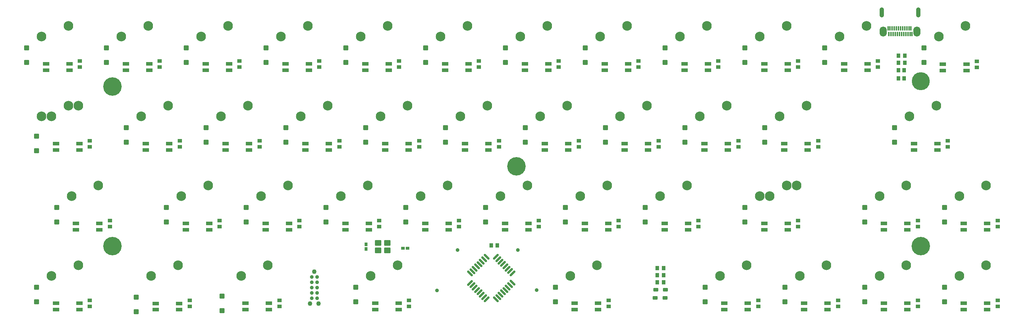
<source format=gbs>
G04 Layer: BottomSolderMaskLayer*
G04 EasyEDA v6.5.42, 2024-05-12 21:06:32*
G04 fdf4e44396eb4d6a93e1883587b5baf6,156c37ef0924441e834bf69462bb4c55,10*
G04 Gerber Generator version 0.2*
G04 Scale: 100 percent, Rotated: No, Reflected: No *
G04 Dimensions in millimeters *
G04 leading zeros omitted , absolute positions ,4 integer and 5 decimal *
%FSLAX45Y45*%
%MOMM*%

%AMMACRO1*1,1,$1,$2,$3*1,1,$1,$4,$5*1,1,$1,0-$2,0-$3*1,1,$1,0-$4,0-$5*20,1,$1,$2,$3,$4,$5,0*20,1,$1,$4,$5,0-$2,0-$3,0*20,1,$1,0-$2,0-$3,0-$4,0-$5,0*20,1,$1,0-$4,0-$5,$2,$3,0*4,1,4,$2,$3,$4,$5,0-$2,0-$3,0-$4,0-$5,$2,$3,0*%
%AMMACRO2*1,1,$1,$2,$3*1,1,$1,$4,$5*20,1,$1,$2,$3,$4,$5,0*%
%ADD10C,0.8886*%
%ADD11MACRO1,0.1016X-0.5X-0.375X0.5X-0.375*%
%ADD12MACRO1,0.1016X0.5X0.375X-0.5X0.375*%
%ADD13R,0.6416X0.8917*%
%ADD14MACRO1,0.1016X-0.395X0.27X-0.395X-0.27*%
%ADD15MACRO1,0.1016X-0.395X-0.27X-0.395X0.27*%
%ADD16MACRO1,0.1X-0.15X-0.475X0.15X-0.475*%
%ADD17MACRO1,0.1X-0.15X-0.475X0.1498X-0.475*%
%ADD18MACRO1,0.1X-0.1501X-0.475X0.1501X-0.475*%
%ADD19MACRO1,0.1X-0.15X-0.4749X0.1498X-0.4749*%
%ADD20MACRO1,0.1X-0.15X-0.4749X0.15X-0.4749*%
%ADD21MACRO1,0.1X-0.1499X-0.4749X0.1499X-0.4749*%
%ADD22MACRO1,0.1X-0.15X-0.4749X0.1499X-0.4749*%
%ADD23O,1.7015968000000001X2.4015954*%
%ADD24O,1.0999978000000001X2.3999952*%
%ADD25MACRO1,0.1016X0.3999X0.45X-0.3999X0.45*%
%ADD26MACRO1,0.1016X0.4X0.45X-0.4X0.45*%
%ADD27MACRO1,0.1016X0.4033X-0.432X0.4033X0.432*%
%ADD28MACRO1,0.1016X-0.4032X-0.432X-0.4032X0.432*%
%ADD29MACRO1,0.1016X-0.4X-0.45X0.4X-0.45*%
%ADD30MACRO1,0.1016X0.4032X-0.432X0.4032X0.432*%
%ADD31MACRO1,0.1016X0.7X0.6X-0.7X0.6*%
%ADD32MACRO1,0.1016X0.45X-0.4X0.45X0.4*%
%ADD33MACRO1,0.1016X0.75X0.41X0.75X-0.41*%
%ADD34MACRO1,0.1016X0.5X-0.55X0.5X0.55*%
%ADD35MACRO1,0.1016X0.7501X0.41X0.7501X-0.41*%
%ADD36MACRO1,0.1016X0.7499X0.41X0.7499X-0.41*%
%ADD37MACRO1,0.1016X0.45X-0.3999X0.45X0.3999*%
%ADD38MACRO1,0.1016X0.5X-0.5501X0.5X0.5501*%
%ADD39MACRO1,0.1016X0.7501X0.4101X0.7501X-0.4101*%
%ADD40MACRO1,0.1016X0.7499X0.4101X0.7499X-0.4101*%
%ADD41C,1.0926*%
%ADD42MACRO2,0.5516X-0.4243X-0.4243X0.4243X0.4243*%
%ADD43MACRO2,0.5516X-0.4243X0.4243X0.4243X-0.4243*%
%ADD44C,2.3016*%
%ADD45C,4.4032*%
%ADD46C,4.3016*%
%ADD47C,0.0115*%

%LPD*%
D10*
G01*
X12139980Y3949496D03*
G01*
X10703991Y3947972D03*
G01*
X10209987Y2984931D03*
G01*
X12589967Y2986481D03*
D11*
G01*
X15663727Y2994992D03*
G01*
X15429222Y2994992D03*
D12*
G01*
X15419210Y2801995D03*
G01*
X15653715Y2801995D03*
D13*
G01*
X8515477Y3974490D03*
G01*
X8515477Y4083507D03*
D14*
G01*
X9506986Y3988989D03*
D15*
G01*
X9397974Y3989002D03*
D16*
G01*
X20999463Y9099685D03*
G01*
X21049463Y9099685D03*
D17*
G01*
X21099476Y9099685D03*
D16*
G01*
X21149453Y9099685D03*
G01*
X21199443Y9099685D03*
D18*
G01*
X21249454Y9099685D03*
D16*
G01*
X21299432Y9099685D03*
G01*
X21349455Y9099685D03*
G01*
X21399445Y9099685D03*
D18*
G01*
X21449456Y9099685D03*
D16*
G01*
X21499435Y9099685D03*
G01*
X21549457Y9099685D03*
D19*
G01*
X21524470Y9239662D03*
D20*
G01*
X21474450Y9239662D03*
G01*
X21424458Y9239662D03*
D21*
G01*
X21374449Y9239662D03*
D20*
G01*
X21324468Y9239662D03*
D22*
G01*
X21274453Y9239662D03*
D20*
G01*
X21224433Y9239662D03*
D19*
G01*
X21174458Y9239662D03*
D20*
G01*
X21124466Y9239662D03*
G01*
X21074451Y9239662D03*
G01*
X21024453Y9239662D03*
G01*
X20974456Y9239662D03*
D23*
G01*
X21667927Y9162262D03*
D24*
G01*
X20829930Y9617252D03*
G01*
X21693962Y9617252D03*
D23*
G01*
X20855940Y9162262D03*
D25*
G01*
X11505976Y4058993D03*
D26*
G01*
X11645977Y4058993D03*
D27*
G01*
X15470149Y3178493D03*
D28*
G01*
X15620799Y3178493D03*
D27*
G01*
X15470148Y3347993D03*
D28*
G01*
X15620795Y3347993D03*
D27*
G01*
X15467142Y3518993D03*
D28*
G01*
X15617793Y3518993D03*
D29*
G01*
X21362955Y8237481D03*
G01*
X21222954Y8237481D03*
G01*
X21363456Y8043481D03*
G01*
X21223455Y8043481D03*
D27*
G01*
X21223133Y8587484D03*
D28*
G01*
X21373781Y8587484D03*
D30*
G01*
X21224636Y8417985D03*
D28*
G01*
X21375286Y8417985D03*
D31*
G01*
X9020484Y3939503D03*
G01*
X8800486Y3939503D03*
G01*
X8800486Y4114510D03*
G01*
X9020484Y4114505D03*
D32*
G01*
X1685851Y8458579D03*
G01*
X1685851Y8318582D03*
D33*
G01*
X876207Y8389592D03*
G01*
X876207Y8239580D03*
G01*
X1436207Y8239580D03*
G01*
X1436207Y8389592D03*
D34*
G01*
X415209Y8775080D03*
G01*
X415209Y8428089D03*
D32*
G01*
X3591130Y8458478D03*
G01*
X3591130Y8318480D03*
D33*
G01*
X2781486Y8389490D03*
G01*
X2781486Y8239479D03*
G01*
X3341486Y8239479D03*
G01*
X3341486Y8389490D03*
D34*
G01*
X2320489Y8774978D03*
G01*
X2320489Y8427987D03*
D32*
G01*
X5496128Y8458478D03*
G01*
X5496128Y8318480D03*
D33*
G01*
X4686484Y8389490D03*
G01*
X4686484Y8239479D03*
G01*
X5246484Y8239479D03*
G01*
X5246484Y8389490D03*
D34*
G01*
X4225486Y8774978D03*
G01*
X4225486Y8427987D03*
D32*
G01*
X7400627Y8457484D03*
G01*
X7400627Y8317487D03*
D33*
G01*
X6590983Y8388497D03*
G01*
X6590983Y8238486D03*
G01*
X7150983Y8238486D03*
G01*
X7150983Y8388497D03*
D34*
G01*
X6129986Y8773985D03*
G01*
X6129986Y8426994D03*
D32*
G01*
X9306120Y8456979D03*
G01*
X9306120Y8316982D03*
D33*
G01*
X8496476Y8387991D03*
G01*
X8496476Y8237980D03*
G01*
X9056476Y8237980D03*
G01*
X9056476Y8387991D03*
D34*
G01*
X8035479Y8773480D03*
G01*
X8035479Y8426489D03*
D32*
G01*
X11211115Y8456979D03*
G01*
X11211115Y8316982D03*
D33*
G01*
X10401471Y8387991D03*
G01*
X10401471Y8237980D03*
G01*
X10961471Y8237980D03*
G01*
X10961471Y8387991D03*
D34*
G01*
X9940474Y8773480D03*
G01*
X9940474Y8426489D03*
D32*
G01*
X13115615Y8458986D03*
G01*
X13115615Y8318988D03*
D33*
G01*
X12305971Y8389998D03*
G01*
X12305971Y8239987D03*
G01*
X12865971Y8239987D03*
G01*
X12865971Y8389998D03*
D34*
G01*
X11844973Y8775486D03*
G01*
X11844973Y8428495D03*
D32*
G01*
X15020117Y8457959D03*
G01*
X15020117Y8317962D03*
D33*
G01*
X14210473Y8388972D03*
G01*
X14210473Y8238961D03*
G01*
X14770473Y8238961D03*
G01*
X14770473Y8388972D03*
D34*
G01*
X13749475Y8774460D03*
G01*
X13749475Y8427469D03*
D32*
G01*
X16925607Y8458986D03*
G01*
X16925607Y8318988D03*
D33*
G01*
X16115963Y8389998D03*
G01*
X16115963Y8239987D03*
G01*
X16675963Y8239987D03*
G01*
X16675963Y8389998D03*
D34*
G01*
X15654966Y8775486D03*
G01*
X15654966Y8428495D03*
D32*
G01*
X18830604Y8458986D03*
G01*
X18830604Y8318988D03*
D33*
G01*
X18020960Y8389998D03*
G01*
X18020960Y8239987D03*
G01*
X18580961Y8239987D03*
G01*
X18580961Y8389998D03*
D34*
G01*
X17559963Y8775486D03*
G01*
X17559963Y8428495D03*
D32*
G01*
X20735107Y8457957D03*
G01*
X20735107Y8317960D03*
D33*
G01*
X19925463Y8388969D03*
G01*
X19925463Y8238958D03*
G01*
X20485463Y8238958D03*
G01*
X20485463Y8388969D03*
D34*
G01*
X19464465Y8774457D03*
G01*
X19464465Y8427467D03*
D32*
G01*
X23096098Y8449976D03*
G01*
X23096098Y8309979D03*
D33*
G01*
X22286454Y8380989D03*
G01*
X22286454Y8230977D03*
G01*
X22846454Y8230977D03*
G01*
X22846454Y8380989D03*
D34*
G01*
X21832766Y8775557D03*
G01*
X21832766Y8428567D03*
D32*
G01*
X1923133Y6553483D03*
G01*
X1923133Y6413486D03*
D33*
G01*
X1113489Y6484495D03*
G01*
X1113489Y6334484D03*
G01*
X1673489Y6334484D03*
G01*
X1673489Y6484495D03*
D34*
G01*
X646499Y6663982D03*
G01*
X646499Y6316991D03*
D32*
G01*
X4066661Y6553470D03*
G01*
X4066661Y6413473D03*
D35*
G01*
X3257016Y6484480D03*
G01*
X3257016Y6334470D03*
D36*
G01*
X3817019Y6334470D03*
G01*
X3817019Y6484480D03*
D34*
G01*
X2796019Y6869967D03*
G01*
X2796019Y6522979D03*
D32*
G01*
X5971659Y6553470D03*
D37*
G01*
X5971659Y6413468D03*
D33*
G01*
X5162012Y6484482D03*
G01*
X5162012Y6334475D03*
G01*
X5722012Y6334475D03*
G01*
X5722012Y6484482D03*
D34*
G01*
X4701015Y6869968D03*
G01*
X4701015Y6522980D03*
D32*
G01*
X7876653Y6553465D03*
G01*
X7876653Y6413468D03*
D33*
G01*
X7067011Y6484479D03*
G01*
X7067011Y6334467D03*
G01*
X7627011Y6334467D03*
G01*
X7627011Y6484479D03*
D34*
G01*
X6606010Y6869967D03*
G01*
X6606010Y6522976D03*
D32*
G01*
X9781651Y6553470D03*
G01*
X9781651Y6413473D03*
D33*
G01*
X8972008Y6484482D03*
G01*
X8972008Y6334472D03*
G01*
X9532010Y6334472D03*
G01*
X9532010Y6484482D03*
D38*
G01*
X8511010Y6869971D03*
D34*
G01*
X8511010Y6522980D03*
D32*
G01*
X11686644Y6553467D03*
G01*
X11686644Y6413470D03*
D33*
G01*
X10877002Y6484480D03*
G01*
X10877002Y6334469D03*
G01*
X11437002Y6334469D03*
G01*
X11437002Y6484480D03*
D34*
G01*
X10416005Y6869968D03*
G01*
X10416005Y6522977D03*
D32*
G01*
X13591641Y6553467D03*
G01*
X13591641Y6413470D03*
D33*
G01*
X12781997Y6484480D03*
G01*
X12781997Y6334470D03*
G01*
X13341997Y6334470D03*
G01*
X13341997Y6484480D03*
D34*
G01*
X12321000Y6869969D03*
G01*
X12321000Y6522977D03*
D32*
G01*
X15497131Y6552965D03*
G01*
X15497131Y6412967D03*
D35*
G01*
X14687483Y6483977D03*
G01*
X14687483Y6333966D03*
D33*
G01*
X15247481Y6333966D03*
G01*
X15247481Y6483977D03*
D34*
G01*
X14226482Y6869465D03*
G01*
X14226482Y6522474D03*
D32*
G01*
X17401633Y6553470D03*
G01*
X17401633Y6413473D03*
D33*
G01*
X16591993Y6484482D03*
G01*
X16591993Y6334471D03*
G01*
X17151992Y6334471D03*
G01*
X17151992Y6484482D03*
D34*
G01*
X16130992Y6869969D03*
G01*
X16130992Y6522979D03*
D32*
G01*
X19306632Y6553470D03*
G01*
X19306632Y6413473D03*
D35*
G01*
X18496986Y6484484D03*
G01*
X18496986Y6334471D03*
D33*
G01*
X19056985Y6334471D03*
G01*
X19056985Y6484484D03*
D34*
G01*
X18035987Y6869968D03*
G01*
X18035987Y6522980D03*
D32*
G01*
X22402097Y6553958D03*
G01*
X22402097Y6413961D03*
D35*
G01*
X21592451Y6484970D03*
D39*
G01*
X21592451Y6334955D03*
D40*
G01*
X22152451Y6334955D03*
D36*
G01*
X22152451Y6484970D03*
D34*
G01*
X21131453Y6870453D03*
D38*
G01*
X21131453Y6523464D03*
D32*
G01*
X2401630Y4648475D03*
G01*
X2401630Y4508478D03*
D33*
G01*
X1592023Y4579482D03*
G01*
X1592023Y4429472D03*
G01*
X2151988Y4429472D03*
G01*
X2151988Y4579482D03*
D34*
G01*
X1131027Y4964972D03*
G01*
X1131027Y4617982D03*
D32*
G01*
X5020657Y4648474D03*
G01*
X5020657Y4508478D03*
D33*
G01*
X4211016Y4579487D03*
G01*
X4211016Y4429475D03*
G01*
X4771016Y4429475D03*
G01*
X4771016Y4579487D03*
D34*
G01*
X3750019Y4964974D03*
G01*
X3750019Y4617982D03*
D32*
G01*
X6925657Y4648473D03*
G01*
X6925657Y4508475D03*
D33*
G01*
X6116013Y4579485D03*
G01*
X6116013Y4429474D03*
G01*
X6676016Y4429474D03*
G01*
X6676016Y4579485D03*
D34*
G01*
X5655019Y4964973D03*
G01*
X5655019Y4617982D03*
D32*
G01*
X8830652Y4648467D03*
G01*
X8830652Y4508472D03*
D33*
G01*
X8021008Y4579481D03*
G01*
X8021008Y4429470D03*
G01*
X8581009Y4429470D03*
G01*
X8581009Y4579481D03*
D34*
G01*
X7560011Y4964972D03*
G01*
X7560011Y4617980D03*
D32*
G01*
X10735647Y4648473D03*
G01*
X10735647Y4508475D03*
D35*
G01*
X9926002Y4579485D03*
G01*
X9926002Y4429474D03*
D33*
G01*
X10486001Y4429474D03*
G01*
X10486001Y4579485D03*
D34*
G01*
X9465005Y4964973D03*
G01*
X9465005Y4617982D03*
D32*
G01*
X12640640Y4648471D03*
G01*
X12640640Y4508473D03*
D35*
G01*
X11830999Y4579482D03*
G01*
X11830999Y4429472D03*
D33*
G01*
X12390998Y4429472D03*
G01*
X12390998Y4579482D03*
D34*
G01*
X11370002Y4964972D03*
G01*
X11370002Y4617982D03*
D32*
G01*
X14546122Y4647970D03*
G01*
X14546122Y4507972D03*
D35*
G01*
X13736477Y4578982D03*
G01*
X13736477Y4428972D03*
D33*
G01*
X14296476Y4428972D03*
G01*
X14296476Y4578982D03*
D34*
G01*
X13275480Y4964471D03*
G01*
X13275480Y4617479D03*
D32*
G01*
X16451117Y4647970D03*
G01*
X16451117Y4507972D03*
D33*
G01*
X15641472Y4578982D03*
G01*
X15641472Y4428971D03*
G01*
X16201473Y4428971D03*
G01*
X16201473Y4578982D03*
D34*
G01*
X15180476Y4964470D03*
G01*
X15180476Y4617479D03*
D32*
G01*
X18832118Y4648462D03*
G01*
X18832118Y4508465D03*
D35*
G01*
X18022476Y4579475D03*
G01*
X18022476Y4429464D03*
D36*
G01*
X18582476Y4429464D03*
G01*
X18582476Y4579475D03*
D34*
G01*
X17561478Y4964963D03*
G01*
X17561478Y4617972D03*
D32*
G01*
X21688602Y4648983D03*
G01*
X21688602Y4508986D03*
D33*
G01*
X20878958Y4579997D03*
G01*
X20878958Y4429986D03*
G01*
X21438958Y4429986D03*
G01*
X21438958Y4579997D03*
D34*
G01*
X20417961Y4965485D03*
G01*
X20417961Y4618494D03*
D32*
G01*
X23593624Y4648465D03*
G01*
X23593624Y4508468D03*
D35*
G01*
X22783979Y4579475D03*
G01*
X22783979Y4429465D03*
D36*
G01*
X23343977Y4429465D03*
G01*
X23343977Y4579475D03*
D34*
G01*
X22322981Y4964962D03*
G01*
X22322981Y4617973D03*
D32*
G01*
X1923172Y2741913D03*
G01*
X1923172Y2601916D03*
D33*
G01*
X1113528Y2672925D03*
G01*
X1113528Y2522914D03*
G01*
X1673529Y2522914D03*
G01*
X1673529Y2672925D03*
D34*
G01*
X652532Y3058413D03*
G01*
X652532Y2711424D03*
D32*
G01*
X4304169Y2740968D03*
G01*
X4304169Y2600966D03*
D35*
G01*
X3494524Y2671978D03*
G01*
X3494524Y2521968D03*
D36*
G01*
X4054524Y2521968D03*
G01*
X4054524Y2671978D03*
D34*
G01*
X3029993Y2818489D03*
G01*
X3029993Y2471500D03*
D32*
G01*
X6447640Y2742865D03*
G01*
X6447640Y2602868D03*
D33*
G01*
X5637997Y2673878D03*
G01*
X5637997Y2523867D03*
G01*
X6197998Y2523867D03*
G01*
X6197998Y2673878D03*
D34*
G01*
X5077493Y2849987D03*
G01*
X5077493Y2502997D03*
D32*
G01*
X9543138Y2743470D03*
G01*
X9543138Y2603475D03*
D33*
G01*
X8733499Y2674486D03*
G01*
X8733499Y2524472D03*
G01*
X9293495Y2524472D03*
G01*
X9293495Y2674486D03*
D34*
G01*
X8272498Y3059972D03*
G01*
X8272498Y2712980D03*
D32*
G01*
X14305630Y2743475D03*
G01*
X14305630Y2603478D03*
D35*
G01*
X13495991Y2674487D03*
G01*
X13495991Y2524476D03*
D33*
G01*
X14055986Y2524476D03*
G01*
X14055986Y2674487D03*
D34*
G01*
X13034994Y3059976D03*
G01*
X13034994Y2712985D03*
D32*
G01*
X17877637Y2743473D03*
G01*
X17877637Y2603475D03*
D33*
G01*
X17067992Y2674485D03*
G01*
X17067992Y2524474D03*
G01*
X17627992Y2524474D03*
G01*
X17627992Y2674485D03*
D34*
G01*
X16606993Y3059973D03*
G01*
X16606993Y2712982D03*
D32*
G01*
X19783117Y2743473D03*
G01*
X19783117Y2603475D03*
D33*
G01*
X18973473Y2674485D03*
G01*
X18973473Y2524474D03*
G01*
X19533473Y2524474D03*
G01*
X19533473Y2674485D03*
D34*
G01*
X18512476Y3059973D03*
G01*
X18512476Y2712982D03*
D32*
G01*
X21688135Y2743475D03*
G01*
X21688135Y2603478D03*
D35*
G01*
X20878487Y2674490D03*
G01*
X20878487Y2524478D03*
D36*
G01*
X21438487Y2524478D03*
G01*
X21438487Y2674490D03*
D34*
G01*
X20417490Y3059977D03*
G01*
X20417490Y2712985D03*
D32*
G01*
X23593099Y2743488D03*
G01*
X23593099Y2603491D03*
D33*
G01*
X22783454Y2674503D03*
G01*
X22783454Y2524493D03*
G01*
X23343454Y2524493D03*
G01*
X23343454Y2674503D03*
D34*
G01*
X22322455Y3059992D03*
G01*
X22322455Y2713003D03*
D10*
G01*
X7343978Y3305505D03*
G01*
X7216978Y3305505D03*
G01*
X7343978Y3178505D03*
G01*
X7216978Y3178505D03*
G01*
X7343978Y3051505D03*
G01*
X7216978Y3051505D03*
G01*
X7343978Y2924505D03*
G01*
X7216978Y2924505D03*
G01*
X7343978Y2797505D03*
G01*
X7216978Y2797505D03*
D41*
G01*
X7280478Y3432505D03*
G01*
X7179005Y2670505D03*
G01*
X7382002Y2670505D03*
D42*
G01*
X10995152Y3163163D03*
G01*
X11051743Y3106572D03*
G01*
X11108309Y3050006D03*
G01*
X11164874Y2993440D03*
G01*
X11221440Y2936875D03*
G01*
X11278006Y2880309D03*
G01*
X11334572Y2823743D03*
G01*
X11391163Y2767152D03*
D43*
G01*
X11613895Y2768066D03*
G01*
X11670461Y2824632D03*
G01*
X11727053Y2881223D03*
G01*
X11783618Y2937764D03*
G01*
X11840184Y2994355D03*
G01*
X11896750Y3050895D03*
G01*
X11953316Y3107486D03*
G01*
X12009881Y3164052D03*
D42*
G01*
X12010796Y3386810D03*
G01*
X11954205Y3443376D03*
G01*
X11897639Y3499942D03*
G01*
X11841073Y3556508D03*
G01*
X11784507Y3613073D03*
G01*
X11727942Y3669639D03*
G01*
X11671376Y3726230D03*
G01*
X11614810Y3782796D03*
D43*
G01*
X11392052Y3781882D03*
G01*
X11335486Y3725316D03*
G01*
X11278895Y3668750D03*
G01*
X11222354Y3612184D03*
G01*
X11165763Y3555618D03*
G01*
X11109223Y3499053D03*
G01*
X11052632Y3442487D03*
G01*
X10996066Y3385896D03*
D44*
G01*
X18154777Y5235092D03*
G01*
X18796076Y5489473D03*
G01*
X769213Y7139812D03*
G01*
X1409192Y7394194D03*
G01*
X1411503Y9299981D03*
G01*
X770204Y9045600D03*
G01*
X3315461Y9299498D03*
G01*
X2675483Y9045498D03*
G01*
X4580483Y9045498D03*
G01*
X5220461Y9299498D03*
G01*
X6484975Y9044508D03*
G01*
X7124954Y9298508D03*
G01*
X8390483Y9044000D03*
G01*
X9030461Y9298000D03*
G01*
X1007490Y7140498D03*
G01*
X1647469Y7394498D03*
G01*
X3151022Y7140498D03*
G01*
X3791000Y7394498D03*
G01*
X5055997Y7140498D03*
G01*
X5695975Y7394498D03*
G01*
X7600975Y7394498D03*
G01*
X6960997Y7140498D03*
G01*
X8865997Y7140498D03*
G01*
X9505975Y7394498D03*
G01*
X1485976Y5235498D03*
G01*
X2125954Y5489498D03*
G01*
X1007516Y3329000D03*
G01*
X1647494Y3583000D03*
G01*
X3388512Y3327984D03*
G01*
X4028490Y3581984D03*
G01*
X4105020Y5235498D03*
G01*
X4744999Y5489498D03*
G01*
X5531993Y3329889D03*
G01*
X6171971Y3583889D03*
G01*
X6010020Y5235524D03*
G01*
X6649999Y5489524D03*
G01*
X7914995Y5235498D03*
G01*
X8554974Y5489498D03*
G01*
X8627490Y3330498D03*
G01*
X9267469Y3584498D03*
G01*
X9819995Y5235498D03*
G01*
X10459974Y5489498D03*
G01*
X10295458Y9044000D03*
G01*
X10935436Y9298000D03*
G01*
X10770997Y7140498D03*
G01*
X11410975Y7394498D03*
G01*
X12199975Y9046006D03*
G01*
X12839954Y9300006D03*
G01*
X14104467Y9044990D03*
G01*
X14744445Y9298990D03*
G01*
X12675997Y7140498D03*
G01*
X13315975Y7394498D03*
G01*
X14581479Y7139990D03*
G01*
X15221458Y7393990D03*
G01*
X16009950Y9046006D03*
G01*
X16485997Y7140498D03*
G01*
X17125975Y7394498D03*
G01*
X11724995Y5235498D03*
G01*
X12364974Y5489498D03*
G01*
X13389991Y3330498D03*
G01*
X14029969Y3584498D03*
G01*
X13630478Y5234990D03*
G01*
X14270456Y5488990D03*
G01*
X15535478Y5234990D03*
G01*
X16175456Y5488990D03*
G01*
X16961993Y3330498D03*
G01*
X17601971Y3584498D03*
G01*
X17916474Y5235498D03*
G01*
X18556452Y5489498D03*
G01*
X18390971Y7140498D03*
G01*
X19030950Y7394498D03*
G01*
X17914950Y9046006D03*
G01*
X16649928Y9300006D03*
G01*
X18554928Y9300006D03*
G01*
X19819467Y9044965D03*
G01*
X20459445Y9298965D03*
G01*
X18867475Y3330498D03*
G01*
X19507454Y3584498D03*
G01*
X20772475Y3330498D03*
G01*
X21412454Y3584498D03*
G01*
X20772958Y5236006D03*
G01*
X21412936Y5490006D03*
G01*
X22677450Y3330524D03*
G01*
X23317428Y3584524D03*
G01*
X22677983Y5235498D03*
G01*
X23317961Y5489498D03*
G01*
X21486469Y7140981D03*
G01*
X22126448Y7394981D03*
G01*
X22187763Y9046083D03*
G01*
X22827741Y9300083D03*
D45*
G01*
X2463495Y4042486D03*
G01*
X2463495Y7848980D03*
G01*
X21755455Y4041978D03*
D46*
G01*
X21755455Y7974990D03*
D45*
G01*
X12106986Y5944996D03*
M02*

</source>
